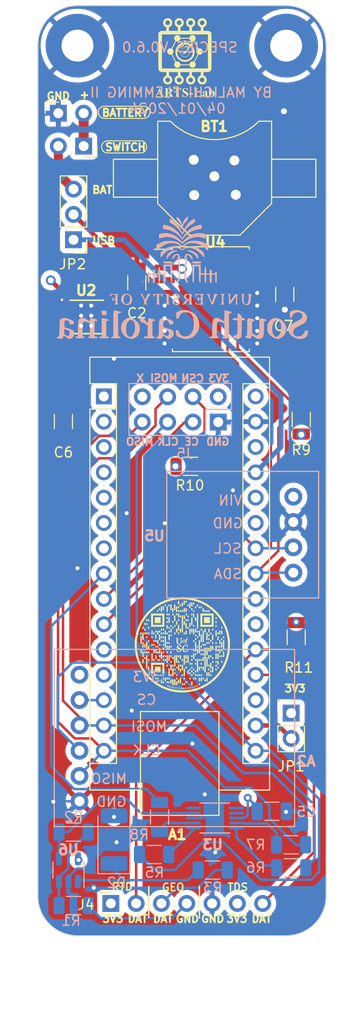
<source format=kicad_pcb>
(kicad_pcb (version 20221018) (generator pcbnew)
  (layers (0 "F.Cu" mixed "Single-GND-Front") (1 "In1.Cu" power "AGND Plane") (2 "In2.Cu" power "3V3 Power Plane") (31 "B.Cu" mixed "Single-GND-Back") (34 "B.Paste" user) (35 "F.Paste" user) (36 "B.SilkS" user "B.Silkscreen") (37 "F.SilkS" user "F.Silkscreen") (38 "B.Mask" user) (39 "F.Mask" user) (44 "Edge.Cuts" user))
  (net 0 "")
  (net 4 "GND")
  (net 8 "GEO_CS")
  (net 9 "CE")
  (net 10 "CSN")
  (net 11 "RTD")
  (net 12 "RTD_CS")
  (net 13 "SD_CS")
  (net 14 "MOSI")
  (net 15 "MISO")
  (net 16 "CLK")
  (net 17 "3V3")
  (net 18 "Net-(JP2-C)")
  (net 19 "EC_DATA")
  (net 23 "SDA")
  (net 24 "SCL")
  (net 28 "Net-(BT1-+)")
  (net 29 "BATT")
  (net 30 "Net-(D2-K)")
  (net 31 "GEOPHONE")
  (net 32 "GNDA")
  (net 33 "Net-(U3-AIN0)")
  (net 35 "Net-(U6--)")
  (net 37 "Net-(U3-SCLK)")
  (net 38 "Net-(U3-DIN)")
  (net 39 "Net-(U3-DOUT{slash}~{DRDY})")
  (net 40 "Net-(U3-~{CS})")
  (net 46 "Vtrig")
  (net 47 "Net-(A1-3V3)")
  (net 48 "+BATT")
  (net 50 "5V0")
  (footprint "Connector_PinSocket_2.54mm:PinSocket_2x04_P2.54mm_Vertical" (layer "F.Cu") (at 180.93 94.11 -90)
    (fp_text reference "J5" (at 3.172 3.35) (layer "B.SilkS") (effects (justify mirror)))
    (fp_text value "Conn_02x04")
    (pad "1" thru_hole rect (at 0 0 270) (size 1.7 1.7) (drill 1) (layers "*.Cu" "*.Mask") (net 4 "GND"))
    (pad "2" thru_hole oval (at -2.54 0 270) (size 1.7 1.7) (drill 1) (layers "*.Cu" "*.Mask") (net 17 "3V3"))
    (pad "3" thru_hole oval (at 0 2.54 270) (size 1.7 1.7) (drill 1) (layers "*.Cu" "*.Mask") (net 9 "CE"))
    (pad "4" thru_hole oval (at -2.54 2.54 270) (size 1.7 1.7) (drill 1) (layers "*.Cu" "*.Mask") (net 10 "CSN"))
    (pad "5" thru_hole oval (at 0 5.08 270) (size 1.7 1.7) (drill 1) (layers "*.Cu" "*.Mask") (net 16 "CLK"))
    (pad "6" thru_hole oval (at -2.54 5.08 270) (size 1.7 1.7) (drill 1) (layers "*.Cu" "*.Mask") (net 14 "MOSI"))
    (pad "7" thru_hole oval (at 0 7.62 270) (size 1.7 1.7) (drill 1) (layers "*.Cu" "*.Mask") (net 15 "MISO"))
    (pad "8" thru_hole oval (at -2.54 7.62 270) (size 1.7 1.7) (drill 1) (layers "*.Cu" "*.Mask"))
  )
  (footprint "MountingHole:MountingHole_3.2mm_M3_Pad" (layer "F.Cu") (at 166.8 56.34)
    (fp_text reference "H1" hide)
    (fp_text value "MountingHole_Pad")
    (pad "1" thru_hole circle (at 0 0) (size 6.4 6.4) (drill 3.2) (layers "*.Cu" "*.Mask") (net 4 "GND"))
  )
  (footprint "Connector_PinSocket_2.54mm:PinSocket_1x07_P2.54mm_Horizontal" (layer "F.Cu") (at 170.15 142.412 90)
    (fp_text reference "J4" (at -0.138 -2.5 180) (layer "F.SilkS"))
    (fp_text value "Conn_01x07_Female")
    (pad "1" thru_hole rect (at 0 0 90) (size 1.7 1.7) (drill 1) (layers "*.Cu" "*.Mask") (net 17 "3V3"))
    (pad "2" thru_hole oval (at 0 2.54 90) (size 1.7 1.7) (drill 1) (layers "*.Cu" "*.Mask") (net 11 "RTD"))
    (pad "3" thru_hole oval (at 0 5.08 90) (size 1.7 1.7) (drill 1) (layers "*.Cu" "*.Mask") (net 31 "GEOPHONE"))
    (pad "4" thru_hole oval (at 0 7.62 90) (size 1.7 1.7) (drill 1) (layers "*.Cu" "*.Mask") (net 32 "GNDA"))
    (pad "5" thru_hole oval (at 0 10.16 90) (size 1.7 1.7) (drill 1) (layers "*.Cu" "*.Mask") (net 4 "GND"))
    (pad "6" thru_hole oval (at 0 12.7 90) (size 1.7 1.7) (drill 1) (layers "*.Cu" "*.Mask") (net 17 "3V3"))
    (pad "7" thru_hole oval (at 0 15.24 90) (size 1.7 1.7) (drill 1) (layers "*.Cu" "*.Mask") (net 19 "EC_DATA"))
  )
  (footprint "Connector_PinSocket_2.54mm:PinSocket_1x02_P2.54mm_Horizontal" (layer "F.Cu") (at 164.88 63.118 90)
    (fp_text reference "J2" hide)
    (fp_text value "Conn_01x02" hide)
    (pad "1" thru_hole rect (at 0 0 90) (size 1.7 1.7) (drill 1) (layers "*.Cu" "*.Mask") (net 4 "GND"))
    (pad "2" thru_hole oval (at 0 2.54 90) (size 1.7 1.7) (drill 1) (layers "*.Cu" "*.Mask") (net 48 "+BATT"))
  )
  (footprint "Connector_PinHeader_2.54mm:PinHeader_1x02_P2.54mm_Vertical" (layer "F.Cu") (at 188.248 123.316)
    (fp_text reference "JP1" (at 0 5.334) (layer "F.SilkS"))
    (fp_text value "Jumper_2")
    (pad "1" thru_hole rect (at 0 0) (size 1.7 1.7) (drill 1) (layers "*.Cu" "*.Mask") (net 17 "3V3"))
    (pad "2" thru_hole oval (at 0 2.54) (size 1.7 1.7) (drill 1) (layers "*.Cu" "*.Mask") (net 47 "Net-(A1-3V3)"))
  )
  (footprint "kitest:battery_holder_10mm" (layer "F.Cu") (at 180.57 69.64)
    (fp_text reference "BT1" (at -0.05 -5.19 180) (layer "F.SilkS") (effects (font (thickness 0.25) bold)))
    (fp_text value "Battery_Cell")
    (pad "1" smd rect (at -8.255 0 270) (size 3.5 3.5) (layers "F.Cu" "F.Mask") (net 28 "Net-(BT1-+)"))
    (pad "1" smd rect (at 8.255 0 270) (size 3.5 3.5) (layers "F.Cu" "F.Mask") (net 28 "Net-(BT1-+)"))
    (pad "2" smd circle (at 0 0 270) (size 8 8) (layers "F.Cu" "F.Mask") (net 4 "GND"))
  )
  (footprint "kitest:ARTS_lab_logo" (layer "F.Cu") (at 177.58 57.53)
    (fp_text reference "G***" hide)
    (fp_text value "LOGO" hide)
  )
  (footprint "footprint:RH_8_1_ADI" (layer "F.Cu") (at 167.739 83.565)
    (fp_text reference "U2" (at -0.065 -2.667 unlocked) (layer "F.SilkS") (effects (font (thickness 0.25) bold)))
    (fp_text value "ADP124ARHZ-3.3-R7")
    (pad "1" smd rect (at -2.174999 -0.974999) (size 1.4112 0.4508) (layers "F.Cu" "F.Paste" "F.Mask") (net 17 "3V3"))
    (pad "2" smd rect (at -2.174999 -0.325001) (size 1.4112 0.4508) (layers "F.Cu" "F.Paste" "F.Mask") (net 17 "3V3"))
    (pad "3" smd rect (at -2.174999 0.325001) (size 1.4112 0.4508) (layers "F.Cu" "F.Paste" "F.Mask") (net 17 "3V3"))
    (pad "4" smd rect (at -2.174999 0.974999) (size 1.4112 0.4508) (layers "F.Cu" "F.Paste" "F.Mask") (net 4 "GND"))
    (pad "5" smd rect (at 2.174999 0.974999) (size 1.4112 0.4508) (layers "F.Cu" "F.Paste" "F.Mask") (net 18 "Net-(JP2-C)"))
    (pad "6" smd rect (at 2.174999 0.325001) (size 1.4112 0.4508) (layers "F.Cu" "F.Paste" "F.Mask"))
    (pad "7" smd rect (at 2.174999 -0.325001) (size 1.4112 0.4508) (layers "F.Cu" "F.Paste" "F.Mask") (net 18 "Net-(JP2-C)"))
    (pad "8" smd rect (at 2.174999 -0.974999) (size 1.4112 0.4508) (layers "F.Cu" "F.Paste" "F.Mask") (net 18 "Net-(JP2-C)"))
    (pad "EPAD" smd rect (at 0 0) (size 1.83 2.26) (layers "F.Cu" "F.Paste" "F.Mask") (net 4 "GND"))
  )
  (footprint "Resistor_SMD:R_1206_3216Metric" (layer "F.Cu") (at 189.264 93.852 90)
    (fp_text reference "R9" (at -3.048 0 180) (layer "F.SilkS"))
    (fp_text value "R_1kOhm")
    (pad "1" smd roundrect (at -1.4625 0 90) (size 1.125 1.75) (layers "F.Cu" "F.Paste" "F.Mask") (roundrect_rratio 0.222222) (net 17 "3V3"))
    (pad "2" smd roundrect (at 1.4625 0 90) (size 1.125 1.75) (layers "F.Cu" "F.Paste" "F.Mask") (roundrect_rratio 0.222222) (net 23 "SDA"))
  )
  (footprint "Connector_PinHeader_2.54mm:PinHeader_1x03_P2.54mm_Vertical" (layer "F.Cu") (at 166.404 75.818 180)
    (fp_text reference "JP2" (at 0.094 -2.452) (layer "F.SilkS"))
    (fp_text value "Jumper_3")
    (pad "1" thru_hole rect (at 0 0 180) (size 1.7 1.7) (drill 1) (layers "*.Cu" "*.Mask") (net 50 "5V0"))
    (pad "2" thru_hole oval (at 0 2.54 180) (size 1.7 1.7) (drill 1) (layers "*.Cu" "*.Mask") (net 18 "Net-(JP2-C)"))
    (pad "3" thru_hole oval (at 0 5.08 180) (size 1.7 1.7) (drill 1) (layers "*.Cu" "*.Mask") (net 29 "BATT"))
  )
  (footprint "Capacitor_SMD:C_1206_3216Metric" (layer "F.Cu") (at 165.388 94.057 -90)
    (fp_text reference "C6" (at 3.097 0) (layer "F.SilkS"))
    (fp_text value "C_1uF")
    (pad "1" smd roundrect (at -1.475 0 270) (size 1.15 1.8) (layers "F.Cu" "F.Paste" "F.Mask") (roundrect_rratio 0.217391) (net 17 "3V3"))
    (pad "2" smd roundrect (at 1.475 0 270) (size 1.15 1.8) (layers "F.Cu" "F.Paste" "F.Mask") (roundrect_rratio 0.217391) (net 4 "GND"))
  )
  (footprint "Resistor_SMD:R_1206_3216Metric" (layer "F.Cu") (at 188.756 115.696 90)
    (fp_text reference "R11" (at -3.048 0.254) (layer "F.SilkS"))
    (fp_text value "R_10K")
    (pad "1" smd roundrect (at -1.4625 0 90) (size 1.125 1.75) (layers "F.Cu" "F.Paste" "F.Mask") (roundrect_rratio 0.222222) (net 11 "RTD"))
    (pad "2" smd roundrect (at 1.4625 0 90) (size 1.125 1.75) (layers "F.Cu" "F.Paste" "F.Mask") (roundrect_rratio 0.222222) (net 32 "GNDA"))
  )
  (footprint "Module:Arduino_Nano" (layer "F.Cu") (at 169.445 91.535)
    (fp_text reference "A1" (at 7.373 43.973) (layer "F.SilkS") (effects (font (thickness 0.25) bold)))
    (fp_text value "Arduino Nano")
    (pad "1" thru_hole rect (at 0 0) (size 1.6 1.6) (drill 1) (layers "*.Cu" "*.Mask"))
    (pad "2" thru_hole oval (at 0 2.54) (size 1.6 1.6) (drill 1) (layers "*.Cu" "*.Mask"))
    (pad "3" thru_hole oval (at 0 5.08) (size 1.6 1.6) (drill 1) (layers "*.Cu" "*.Mask"))
    (pad "4" thru_hole oval (at 0 7.62) (size 1.6 1.6) (drill 1) (layers "*.Cu" "*.Mask") (net 32 "GNDA"))
    (pad "5" thru_hole oval (at 0 10.16) (size 1.6 1.6) (drill 1) (layers "*.Cu" "*.Mask"))
    (pad "6" thru_hole oval (at 0 12.7) (size 1.6 1.6) (drill 1) (layers "*.Cu" "*.Mask"))
    (pad "7" thru_hole oval (at 0 15.24) (size 1.6 1.6) (drill 1) (layers "*.Cu" "*.Mask"))
    (pad "8" thru_hole oval (at 0 17.78) (size 1.6 1.6) (drill 1) (layers "*.Cu" "*.Mask") (net 8 "GEO_CS"))
    (pad "9" thru_hole oval (at 0 20.32) (size 1.6 1.6) (drill 1) (layers "*.Cu" "*.Mask") (net 9 "CE"))
    (pad "10" thru_hole oval (at 0 22.86) (size 1.6 1.6) (drill 1) (layers "*.Cu" "*.Mask") (net 10 "CSN"))
    (pad "11" thru_hole oval (at 0 25.4) (size 1.6 1.6) (drill 1) (layers "*.Cu" "*.Mask") (net 46 "Vtrig"))
    (pad "12" thru_hole oval (at 0 27.94) (size 1.6 1.6) (drill 1) (layers "*.Cu" "*.Mask") (net 12 "RTD_CS"))
    (pad "13" thru_hole oval (at 0 30.48) (size 1.6 1.6) (drill 1) (layers "*.Cu" "*.Mask") (net 13 "SD_CS"))
    (pad "14" thru_hole oval (at 0 33.02) (size 1.6 1.6) (drill 1) (layers "*.Cu" "*.Mask") (net 14 "MOSI"))
    (pad "15" thru_hole oval (at 0 35.56) (size 1.6 1.6) (drill 1) (layers "*.Cu" "*.Mask") (net 15 "MISO"))
    (pad "16" thru_hole oval (at 15.24 35.56) (size 1.6 1.6) (drill 1) (layers "*.Cu" "*.Mask") (net 16 "CLK"))
    (pad "17" thru_hole oval (at 15.24 33.02) (size 1.6 1.6) (drill 1) (layers "*.Cu" "*.Mask") (net 47 "Net-(A1-3V3)"))
    (pad "18" thru_hole oval (at 15.24 30.48) (size 1.6 1.6) (drill 1) (layers "*.Cu" "*.Mask") (net 17 "3V3"))
    (pad "19" thru_hole oval (at 15.24 27.94) (size 1.6 1.6) (drill 1) (layers "*.Cu" "*.Mask") (net 19 "EC_DATA"))
    (pad "20" thru_hole oval (at 15.24 25.4) (size 1.6 1.6) (drill 1) (layers "*.Cu" "*.Mask") (net 11 "RTD"))
    (pad "21" thru_hole oval (at 15.24 22.86) (size 1.6 1.6) (drill 1) (layers "*.Cu" "*.Mask"))
    (pad "22" thru_hole oval (at 15.24 20.32) (size 1.6 1.6) (drill 1) (layers "*.Cu" "*.Mask"))
    (pad "23" thru_hole oval (at 15.24 17.78) (size 1.6 1.6) (drill 1) (layers "*.Cu" "*.Mask") (net 23 "SDA"))
    (pad "24" thru_hole oval (at 15.24 15.24) (size 1.6 1.6) (drill 1) (layers "*.Cu" "*.Mask") (net 24 "SCL"))
    (pad "25" thru_hole oval (at 15.24 12.7) (size 1.6 1.6) (drill 1) (layers "*.Cu" "*.Mask"))
    (pad "26" thru_hole oval (at 15.24 10.16) (size 1.6 1.6) (drill 1) (layers "*.Cu" "*.Mask"))
    (pad "27" thru_hole oval (at 15.24 7.62) (size 1.6 1.6) (drill 1) (layers "*.Cu" "*.Mask") (net 50 "5V0"))
    (pad "28" thru_hole oval (at 15.24 5.08) (size 1.6 1.6) (drill 1) (layers "*.Cu" "*.Mask"))
    (pad "29" thru_hole oval (at 15.24 2.54) (size 1.6 1.6) (drill 1) (layers "*.Cu" "*.Mask") (net 4 "GND"))
    (pad "30" thru_hole oval (at 15.24 0) (size 1.6 1.6) (drill 1) (layers "*.Cu" "*.Mask"))
  )
  (footprint "Capacitor_SMD:C_1206_3216Metric" (layer "F.Cu") (at 172.754 80.136 90)
    (fp_text reference "C2" (at -3.048 0 180) (layer "F.SilkS"))
    (fp_text value "C_1uF")
    (pad "1" smd roundrect (at -1.475 0 90) (size 1.15 1.8) (layers "F.Cu" "F.Paste" "F.Mask") (roundrect_rratio 0.217391) (net 18 "Net-(JP2-C)"))
    (pad "2" smd roundrect (at 1.475 0 90) (size 1.15 1.8) (layers "F.Cu" "F.Paste" "F.Mask") (roundrect_rratio 0.217391) (net 4 "GND"))
  )
  (footprint "Package_SO:SOIC-16W_7.5x10.3mm_P1.27mm" (layer "F.Cu") (at 180.19 81.78)
    (fp_text reference "U4" (at 0.438 -5.708) (layer "F.SilkS") (effects (font (thickness 0.25) bold)))
    (fp_text value "DS3231M")
    (pad "1" smd roundrect (at -4.65 -4.445) (size 2.05 0.6) (layers "F.Cu" "F.Paste" "F.Mask"))
    (pad "2" smd roundrect (at -4.65 -3.175) (size 2.05 0.6) (layers "F.Cu" "F.Paste" "F.Mask") (net 17 "3V3"))
    (pad "3" smd roundrect (at -4.65 -1.905) (size 2.05 0.6) (layers "F.Cu" "F.Paste" "F.Mask"))
    (pad "4" smd roundrect (at -4.65 -0.635) (size 2.05 0.6) (layers "F.Cu" "F.Paste" "F.Mask"))
    (pad "5" smd roundrect (at -4.65 0.635) (size 2.05 0.6) (layers "F.Cu" "F.Paste" "F.Mask") (net 4 "GND"))
    (pad "6" smd roundrect (at -4.65 1.905) (size 2.05 0.6) (layers "F.Cu" "F.Paste" "F.Mask") (net 4 "GND"))
    (pad "7" smd roundrect (at -4.65 3.175) (size 2.05 0.6) (layers "F.Cu" "F.Paste" "F.Mask") (net 4 "GND"))
    (pad "8" smd roundrect (at -4.65 4.445) (size 2.05 0.6) (layers "F.Cu" "F.Paste" "F.Mask") (net 4 "GND"))
    (pad "9" smd roundrect (at 4.65 4.445) (size 2.05 0.6) (layers "F.Cu" "F.Paste" "F.Mask") (net 4 "GND"))
    (pad "10" smd roundrect (at 4.65 3.175) (size 2.05 0.6) (layers "F.Cu" "F.Paste" "F.Mask") (net 4 "GND"))
    (pad "11" smd roundrect (at 4.65 1.905) (size 2.05 0.6) (layers "F.Cu" "F.Paste" "F.Mask") (net 4 "GND"))
    (pad "12" smd roundrect (at 4.65 0.635) (size 2.05 0.6) (layers "F.Cu" "F.Paste" "F.Mask") (net 4 "GND"))
    (pad "13" smd roundrect (at 4.65 -0.635) (size 2.05 0.6) (layers "F.Cu" "F.Paste" "F.Mask") (net 4 "GND"))
    (pad "14" smd roundrect (at 4.65 -1.905) (size 2.05 0.6) (layers "F.Cu" "F.Paste" "F.Mask") (net 28 "Net-(BT1-+)"))
    (pad "15" smd roundrect (at 4.65 -3.175) (size 2.05 0.6) (layers "F.Cu" "F.Paste" "F.Mask") (net 23 "SDA"))
    (pad "16" smd roundrect (at 4.65 -4.445) (size 2.05 0.6) (layers "F.Cu" "F.Paste" "F.Mask") (net 24 "SCL"))
  )
  (footprint "Connector_PinSocket_2.54mm:PinSocket_1x02_P2.54mm_Horizontal" (layer "F.Cu") (at 167.42 66.42 -90)
    (fp_text reference "J3" hide)
    (fp_text value "Conn_01x02")
    (pad "1" thru_hole rect (at 0 0 270) (size 1.7 1.7) (drill 1) (layers "*.Cu" "*.Mask") (net 48 "+BATT"))
    (pad "2" thru_hole oval (at 0 2.54 270) (size 1.7 1.7) (drill 1) (layers "*.Cu" "*.Mask") (net 29 "BATT"))
  )
  (footprint "MountingHole:MountingHole_3.2mm_M3_Pad" (layer "F.Cu") (at 187.75 56.34)
    (fp_text reference "H2" hide)
    (fp_text value "MountingHole_Pad")
    (pad "1" thru_hole circle (at 0 0) (size 6.4 6.4) (drill 3.2) (layers "*.Cu" "*.Mask") (net 4 "GND"))
  )
  (footprint "Capacitor_SMD:C_1206_3216Metric" (layer "F.Cu") (at 187.61 81.306 90)
    (fp_text reference "C7" (at -3.148 -0.124 180) (layer "F.SilkS"))
    (fp_text value "C_0.1uF")
    (pad "1" smd roundrect (at -1.475 0 90) (size 1.15 1.8) (layers "F.Cu" "F.Paste" "F.Mask") (roundrect_rratio 0.217391) (net 4 "GND"))
    (pad "2" smd roundrect (at 1.475 0 90) (size 1.15 1.8) (layers "F.Cu" "F.Paste" "F.Mask") (roundrect_rratio 0.217391) (net 28 "Net-(BT1-+)"))
  )
  (footprint "Resistor_SMD:R_1206_3216Metric" (layer "F.Cu") (at 178.16 98.55)
    (fp_text reference "R10" (at -0.072 1.906) (layer "F.SilkS"))
    (fp_text value "R_1kOhm")
    (pad "1" smd roundrect (at -1.4625 0) (size 1.125 1.75) (layers "F.Cu" "F.Paste" "F.Mask") (roundrect_rratio 0.222222) (net 17 "3V3"))
    (pad "2" smd roundrect (at 1.4625 0) (size 1.125 1.75) (layers "F.Cu" "F.Paste" "F.Mask") (roundrect_rratio 0.222222) (net 24 "SCL"))
  )
  (footprint "kitest:uofsc_logo_1in" (layer "B.Cu") (at 177.326 79.628 180)
    (fp_text reference "G***" hide)
    (fp_text value "LOGO" hide)
  )
  (footprint "kitest:qrCode" (layer "B.Cu") (at 177.326 116.458 180)
    (fp_text reference "G***" hide)
    (fp_text value "LOGO" hide)
  )
  (footprint "kitest:SD Module" (layer "B.Cu") (at 178.435 135.972 180)
    (fp_text reference "A2" (at -11.337 7.83) (layer "B.SilkS") (effects (font (thickness 0.25) bold) (justify mirror)))
    (fp_text value "SD_Card_Module")
    (fp_text user "3V3" (at 4.699 16.288) (layer "B.SilkS") (effects (justify mirror)))
    (fp_text user "CLK" (at 4.699 8.922) (layer "B.SilkS") (effects (justify mirror)))
    (fp_text user "MOSI" (at 4.445 11.303) (layer "B.SilkS") (effects (justify mirror)))
    (fp_text user "CS" (at 4.699 14.002) (layer "B.SilkS") (effects (justify mirror)))
    (fp_text user "MISO" (at 8.475 6.052) (layer "B.SilkS") (effects (justify mirror)))
    (fp_text user "GND" (at 8.221 3.766) (layer "B.SilkS") (effects (justify mirror)))
    (pad "1" thru_hole circle (at 11.43 16.51 180) (size 1.8 1.8) (drill 1) (layers "*.Cu" "*.Mask") (net 17 "3V3"))
    (pad "2" thru_hole circle (at 11.43 13.97 180) (size 1.8 1.8) (drill 1) (layers "*.Cu" "*.Mask") (net 13 "SD_CS"))
    (pad "3" thru_hole circle (at 11.43 11.43 180) (size 1.8 1.8) (drill 1) (layers "*.Cu" "*.Mask") (net 14 "MOSI"))
    (pad "4" thru_hole circle (at 11.43 8.89 180) (size 1.8 1.8) (drill 1) (layers "*.Cu" "*.Mask") (net 16 "CLK"))
    (pad "5" thru_hole circle (at 11.43 6.35 180) (size 1.8 1.8) (drill 1) (layers "*.Cu" "*.Mask") (net 15 "MISO"))
    (pad "6" thru_hole circle (at 11.43 3.81 180) (size 1.8 1.8) (drill 1) (layers "*.Cu" "*.Mask") (net 4 "GND"))
  )
  (footprint "Resistor_SMD:R_1206_3216Metric" (layer "B.Cu") (at 166.404 135.254)
    (fp_text reference "R2" (at 0 -1.524) (layer "B.SilkS") (effects (justify mirror)))
    (fp_text value "R_32k")
    (pad "1" smd roundrect (at -1.4625 0) (size 1.125 1.75) (layers "B.Cu" "B.Paste" "B.Mask") (roundrect_rratio 0.222222) (net 33 "Net-(U3-AIN0)"))
    (pad "2" smd roundrect (at 1.4625 0) (size 1.125 1.75) (layers "B.Cu" "B.Paste" "B.Mask") (roundrect_rratio 0.222222) (net 35 "Net-(U6--)"))
  )
  (footprint "Resistor_SMD:R_1206_3216Metric" (layer "B.Cu") (at 174.4875 137.5025)
    (fp_text reference "R5" (at 0.0445 1.8155) (layer "B.SilkS") (effects (justify mirror)))
    (fp_text value "R_50")
    (pad "1" smd roundrect (at -1.4625 0) (size 1.125 1.75) (layers "B.Cu" "B.Paste" "B.Mask") (roundrect_rratio 0.222222) (net 16 "CLK"))
    (pad "2" smd roundrect (at 1.4625 0) (size 1.125 1.75) (layers "B.Cu" "B.Paste" "B.Mask") (roundrect_rratio 0.222222) (net 37 "Net-(U3-SCLK)"))
  )
  (footprint "kitest:ADS1118_10VSSOP" (layer "B.Cu") (at 180.6 133.8425)
    (fp_text reference "U3" (at -0.226 2.6815) (layer "B.SilkS") (effects (font (thickness 0.25) bold) (justify mirror)))
    (fp_text value "ADS1118IDGS")
    (pad "1" smd roundrect (at -2.15 1) (size 1.47 0.28) (layers "B.Cu" "B.Paste" "B.Mask") (roundrect_rratio 0.04) (net 37 "Net-(U3-SCLK)"))
    (pad "2" smd roundrect (at -2.15 0.5) (size 1.47 0.28) (layers "B.Cu" "B.Paste" "B.Mask") (roundrect_rratio 0.04) (net 40 "Net-(U3-~{CS})"))
    (pad "3" smd roundrect (at -2.15 0) (size 1.47 0.28) (layers "B.Cu" "B.Paste" "B.Mask") (roundrect_rratio 0.04) (net 4 "GND"))
    (pad "4" smd roundrect (at -2.15 -0.5) (size 1.47 0.28) (layers "B.Cu" "B.Paste" "B.Mask") (roundrect_rratio 0.04) (net 33 "Net-(U3-AIN0)"))
    (pad "5" smd roundrect (at -2.15 -1) (size 1.47 0.28) (layers "B.Cu" "B.Paste" "B.Mask") (roundrect_rratio 0.04))
    (pad "6" smd roundrect (at 2.15 -1) (size 1.47 0.28) (layers "B.Cu" "B.Paste" "B.Mask") (roundrect_rratio 0.04))
    (pad "7" smd roundrect (at 2.15 -0.5) (size 1.47 0.28) (layers "B.Cu" "B.Paste" "B.Mask") (roundrect_rratio 0.04))
    (pad "8" smd roundrect (at 2.15 0) (size 1.47 0.28) (layers "B.Cu" "B.Paste" "B.Mask") (roundrect_rratio 0.04) (net 17 "3V3"))
    (pad "9" smd roundrect (at 2.15 0.5) (size 1.47 0.28) (layers "B.Cu" "B.Paste" "B.Mask") (roundrect_rratio 0.04) (net 39 "Net-(U3-DOUT{slash}~{DRDY})"))
    (pad "10" smd roundrect (at 2.15 1) (size 1.47 0.28) (layers "B.Cu" "B.Paste" "B.Mask") (roundrect_rratio 0.04) (net 38 "Net-(U3-DIN)"))
  )
  (footprint "Package_TO_SOT_SMD:SOT-23-5" (layer "B.Cu") (at 165.896 139.064 90)
    (fp_text reference "U6" (at 2.032 0 180) (layer "B.SilkS") (effects (font (thickness 0.25) bold) (justify mirror)))
    (fp_text value "LM321")
    (pad "1" smd roundrect (at -1.1375 0.95 90) (size 1.325 0.6) (layers "B.Cu" "B.Paste" "B.Mask") (net 30 "Net-(D2-K)"))
    (pad "2" smd roundrect (at -1.1375 0 90) (size 1.325 0.6) (layers "B.Cu" "B.Paste" "B.Mask") (net 4 "GND"))
    (pad "3" smd roundrect (at -1.1375 -0.95 90) (size 1.325 0.6) (layers "B.Cu" "B.Paste" "B.Mask") (net 35 "Net-(U6--)"))
    (pad "4" smd roundrect (at 1.1375 -0.95 90) (size 1.325 0.6) (layers "B.Cu" "B.Paste" "B.Mask") (net 33 "Net-(U3-AIN0)"))
    (pad "5" smd roundrect (at 1.1375 0.95 90) (size 1.325 0.6) (layers "B.Cu" "B.Paste" "B.Mask") (net 17 "3V3"))
  )
  (footprint "kitest:BME260" (layer "B.Cu") (at 183.388 105.41)
    (fp_text reference "U5" (at -8.856 0.126 180) (layer "B.SilkS") (effects (font (thickness 0.25) bold) (justify mirror)))
    (fp_text value "BME260")
    (fp_text user "VIN" (at -1.236 -3.43 180) (layer "B.SilkS") (effects (justify mirror)))
    (fp_text user "GND" (at -1.49 -1.144 180) (layer "B.SilkS") (effects (justify mirror)))
    (fp_text user "SDA" (at -1.49 3.936 180) (layer "B.SilkS") (effects (justify mirror)))
    (fp_text user "SCL" (at -1.49 1.396 180) (layer "B.SilkS") (effects (justify mirror)))
    (pad "10" thru_hole circle (at 5.08 -1.27) (size 1.8 1.8) (drill 1) (layers "*.Cu" "*.Mask") (net 4 "GND"))
    (pad "11" thru_hole circle (at 5.08 1.27) (size 1.8 1.8) (drill 1) (layers "*.Cu" "*.Mask") (net 24 "SCL"))
    (pad "12" thru_hole circle (at 5.08 3.81) (size 1.8 1.8) (drill 1) (layers "*.Cu" "*.Mask") (net 23 "SDA"))
    (pad "13" thru_hole circle (at 5.08 -3.81) (size 1.8 1.8) (drill 1) (layers "*.Cu" "*.Mask") (net 17 "3V3"))
  )
  (footprint "Resistor_SMD:R_1206_3216Metric" (layer "B.Cu") (at 180.374 139.064 180)
    (fp_text reference "R3" (at 0 -1.778) (layer "B.SilkS") (effects (justify mirror)))
    (fp_text value "R_100")
    (pad "1" smd roundrect (at -1.4625 0 180) (size 1.125 1.75) (layers "B.Cu" "B.Paste" "B.Mask") (roundrect_rratio 0.222222) (net 31 "GEOPHONE"))
    (pad "2" smd roundrect (at 1.4625 0 180) (size 1.125 1.75) (layers "B.Cu" "B.Paste" "B.Mask") (roundrect_rratio 0.222222) (net 30 "Net-(D2-K)"))
  )
  (footprint "Capacitor_SMD:C_1206_3216Metric" (layer "B.Cu") (at 186.31 133.1625)
    (fp_text reference "C5" (at 3.462 0.0595) (layer "B.SilkS") (effects (justify mirror)))
    (fp_text value "C_0.1uF")
    (pad "1" smd roundrect (at -1.475 0) (size 1.15 1.8) (layers "B.Cu" "B.Paste" "B.Mask") (roundrect_rratio 0.217391) (net 17 "3V3"))
    (pad "2" smd roundrect (at 1.475 0) (size 1.15 1.8) (layers "B.Cu" "B.Paste" "B.Mask") (roundrect_rratio 0.217391) (net 4 "GND"))
  )
  (footprint "Resistor_SMD:R_1206_3216Metric" (layer "B.Cu") (at 175.04 133.73 -90)
    (fp_text reference "R8" (at 1.778 2.032) (layer "B.SilkS") (effects (justify mirror)))
    (fp_text value "R_50")
    (pad "1" smd roundrect (at -1.4625 0 270) (size 1.125 1.75) (layers "B.Cu" "B.Paste" "B.Mask") (roundrect_rratio 0.222222) (net 8 "GEO_CS"))
    (pad "2" smd roundrect (at 1.4625 0 270) (size 1.125 1.75) (layers "B.Cu" "B.Paste" "B.Mask") (roundrect_rratio 0.222222) (net 40 "Net-(U3-~{CS})"))
  )
  (footprint "Resistor_SMD:R_1206_3216Metric" (layer "B.Cu") (at 188.258 138.834 180)
    (fp_text reference "R6" (at 3.566 0.024) (layer "B.SilkS") (effects (justify mirror)))
    (fp_text value "R_50")
    (pad "1" smd roundrect (at -1.4625 0 180) (size 1.125 1.75) (layers "B.Cu" "B.Paste" "B.Mask") (roundrect_rratio 0.222222) (net 14 "MOSI"))
    (pad "2" smd roundrect (at 1.4625 0 180) (size 1.125 1.75) (layers "B.Cu" "B.Paste" "B.Mask") (roundrect_rratio 0.222222) (net 38 "Net-(U3-DIN)"))
  )
  (footprint "Diode_SMD:D_MELF" (layer "B.Cu") (at 170.468 136.016 90)
    (fp_text reference "D2" (at -4.318 0.254 180) (layer "B.SilkS") (effects (justify mirror)))
    (fp_text value "SMZ1_770mV")
    (pad "1" smd roundrect (at -2.4 0 90) (size 1.5 2.7) (layers "B.Cu" "B.Paste" "B.Mask") (roundrect_rratio 0.1666666667) (net 30 "Net-(D2-K)"))
    (pad "2" smd roundrect (at 2.4 0 90) (size 1.5 2.7) (layers "B.Cu" "B.Paste" "B.Mask") (roundrect_rratio 0.1666666667) (net 32 "GNDA"))
  )
  (footprint "Resistor_SMD:R_1206_3216Metric" (layer "B.Cu") (at 166.404 142.62)
    (fp_text reference "R1" (at -0.254 1.524 180) (layer "B.SilkS") (effects (justify mirror)))
    (fp_text value "R_7.5K")
    (pad "1" smd roundrect (at -1.4625 0) (size 1.125 1.75) (layers "B.Cu" "B.Paste" "B.Mask") (roundrect_rratio 0.222222) (net 35 "Net-(U6--)"))
    (pad "2" smd roundrect (at 1.4625 0) (size 1.125 1.75) (layers "B.Cu" "B.Paste" "B.Mask") (roundrect_rratio 0.222222) (net 32 "GNDA"))
  )
  (footprint "Resistor_SMD:R_1206_3216Metric" (layer "B.Cu") (at 188.248 136.524 180)
    (fp_text reference "R7" (at 3.556 0) (layer "B.SilkS") (effects (justify mirror)))
    (fp_text value "R_50")
    (pad "1" smd roundrect (at -1.4625 0 180) (size 1.125 1.75) (layers "B.Cu" "B.Paste" "B.Mask") (roundrect_rratio 0.222222) (net 15 "MISO"))
    (pad "2" smd roundrect (at 1.4625 0 180) (size 1.125 1.75) (layers "B.Cu" "B.Paste" "B.Mask") (roundrect_rratio 0.222222) (net 39 "Net-(U3-DOUT{slash}~{DRDY})"))
  )
  (gr_line (start 169.831856 67.112593) (end 173.131856 67.112593) (stroke (width 0.1)) (layer "F.SilkS"))
  (gr_arc (start 169.831856 67.112593) (mid 169.4 66.933712) (end 169.221119 66.501856) (stroke (width 0.1)) (layer "F.SilkS"))
  (gr_arc (start 174.070737 63.03) (mid 173.891856 63.461856) (end 173.46 63.640737) (stroke (width 0.1)) (layer "F.SilkS"))
  (gr_arc (start 169.5 63.64) (mid 169.068144 63.461119) (end 168.889263 63.029263) (stroke (width 0.1)) (layer "F.SilkS"))
  (gr_arc (start 173.742593 66.502593) (mid 173.563712 66.934449) (end 173.131856 67.11333) (stroke (width 0.1)) (layer "F.SilkS"))
  (gr_line (start 169.5 63.64) (end 173.46 63.64) (stroke (width 0.1)) (layer "F.SilkS"))
  (gr_arc (start 173.46 62.419263) (mid 173.891856 62.598144) (end 174.070737 63.03) (stroke (width 0.1)) (layer "F.SilkS"))
  (gr_line (start 179.04 143.872) (end 179.04 140.7) (stroke (width 0.15)) (layer "F.SilkS"))
  (gr_line (start 173.131856 65.891856) (end 169.831856 65.891856) (stroke (width 0.1)) (layer "F.SilkS"))
  (gr_line (start 173.96 143.83) (end 173.96 140.72) (stroke (width 0.15)) (layer "F.SilkS"))
  (gr_line (start 169.5 62.418526) (end 173.46 62.418526) (stroke (width 0.1)) (layer "F.SilkS"))
  (gr_arc (start 168.889263 63.029263) (mid 169.068144 62.597407) (end 169.5 62.418526) (stroke (width 0.1)) (layer "F.SilkS"))
  (gr_arc (start 169.221119 66.501856) (mid 169.4 66.07) (end 169.831856 65.891119) (stroke (width 0.1)) (layer "F.SilkS"))
  (gr_arc (start 173.131856 65.891856) (mid 173.563712 66.070737) (end 173.742593 66.502593) (stroke (width 0.1)) (layer "F.SilkS"))
  (gr_arc (start 166.8 145.65) (mid 163.985715 144.484285) (end 162.82 141.67) (stroke (width 0.1)) (layer "Edge.Cuts"))
  (gr_line (start 162.82 141.67) (end 162.82 56.299988) (stroke (width 0.1)) (layer "Edge.Cuts"))
  (gr_arc (start 187.75 52.319988) (mid 190.592578 53.497422) (end 191.770012 56.34) (stroke (width 0.1)) (layer "Edge.Cuts"))
  (gr_line (start 187.75 145.65) (end 166.8 145.65) (stroke (width 0.1)) (layer "Edge.Cuts"))
  (gr_line (start 187.75 52.319988) (end 166.8 52.319988) (stroke (width 0.1)) (layer "Edge.Cuts"))
  (gr_line (start 191.770012 56.34) (end 191.770012 141.629988) (stroke (width 0.1)) (layer "Edge.Cuts"))
  (gr_arc (start 191.770012 141.629988) (mid 190.592578 144.472566) (end 187.75 145.65) (stroke (width 0.1)) (layer "Edge.Cuts"))
  (gr_arc (start 162.82 56.299988) (mid 163.985715 53.485703) (end 166.8 52.319988) (stroke (width 0.1)) (layer "Edge.Cuts"))
  (gr_text "X" (at 173.58 90.154) (layer "B.SilkS") (effects (font (size 0.75 0.75) (thickness 0.1875) bold) (justify left bottom mirror)))
  (gr_text "MOSI" (at 176.95 90.134) (layer "B.SilkS") (effects (font (size 0.75 0.75) (thickness 0.1875) bold) (justify left bottom mirror)))
  (gr_text "CSN" (at 179.612 90.17) (layer "B.SilkS") (effects (font (size 0.75 0.75) (thickness 0.1875) bold) (justify left bottom mirror)))
  (gr_text "CE" (at 179.104 96.52) (layer "B.SilkS") (effects (font (size 0.75 0.75) (thickness 0.1875) bold) (justify left bottom mirror)))
  (gr_text "BY MALICHI FLEMMING II \n04/01/2024" (at 176.818 61.848) (layer "B.SilkS") (effects (font (size 1 1)) (justify mirror)))
  (gr_text "3V3" (at 182.152 90.17) (layer "B.SilkS") (effects (font (size 0.75 0.75) (thickness 0.1875) bold) (justify left bottom mirror)))
  (gr_text "MISO" (at 174.532 96.52) (layer "B.SilkS") (effects (font (size 0.75 0.75) (thickness 0.1875) bold) (justify left bottom mirror)))
  (gr_text "SPECIES V0.6.0" (at 177.072 56.514) (layer "B.SilkS") (effects (font (size 1 1)) (justify mirror)))
  (gr_text "GND" (at 182.152 96.52) (layer "B.SilkS") (effects (font (size 0.75 0.75) (thickness 0.1875) bold) (justify left bottom mirror)))
  (gr_text "CLK" (at 177.072 96.52) (layer "B.SilkS") (effects (font (size 0.75 0.75) (thickness 0.1875) bold) (justify left bottom mirror)))
  (gr_text "GND" (at 163.61 61.848) (layer "F.SilkS") (effects (font (size 0.75 0.75) (thickness 0.1875) bold) (justify left bottom)))
  (gr_text "DAT" (at 184.184 144.398) (layer "F.SilkS") (effects (font (size 0.75 0.75) (thickness 0.1875) bold) (justify left bottom)))
  (gr_text "3V3" (at 181.644 144.398) (layer "F.SilkS") (effects (font (size 0.75 0.75) (thickness 0.1875) bold) (justify left bottom)))
  (gr_text "DAT" (at 174.278 144.398) (layer "F.SilkS") (effects (font (size 0.75 0.75) (thickness 0.1875) bold) (justify left bottom)))
  (gr_text "BATTERY" (at 169.16 63.51) (layer "F.SilkS") (effects (font (size 0.75 0.75) (thickness 0.1875) bold) (justify left bottom)))
  (gr_text "BAT" (at 168.182 71.246) (layer "F.SilkS") (effects (font (size 0.75 0.75) (thickness 0.1875) bold) (justify left bottom)))
  (gr_text "RTD" (at 171.29 140.74) (layer "F.SilkS") (effects (font (size 0.75 0.75))))
  (gr_text "GEO" (at 176.4 140.79) (layer "F.SilkS") (effects (font (size 0.75 0.75))))
  (gr_text "+" (at 166.92 61.7) (layer "F.SilkS") (effects (font (size 0.75 0.75) (thickness 0.1875) bold) (justify left bottom)))
  (gr_text "DAT" (at 171.738 144.398) (layer "F.SilkS") (effects (font (size 0.75 0.75) (thickness 0.1875) bold) (justify left bottom)))
  (gr_text "3V3" (at 187.486 121.284) (layer "F.SilkS") (effects (font (size 0.75 0.75) (thickness 0.1875) bold) (justify left bottom)))
  (gr_text "3V3" (at 169.198 144.398) (layer "F.SilkS") (effects (font (size 0.75 0.75) (thickness 0.1875) bold) (justify left bottom)))
  (gr_text "GND" (at 176.564 144.398) (layer "F.SilkS") (effects (font (size 0.75 0.75) (thickness 0.1875) bold) (justify left bottom)))
  (gr_text "SWITCH" (at 169.479856 66.957593) (layer "F.SilkS") (effects (font (size 0.75 0.75) (thickness 0.1875) bold) (justify left bottom)))
  (gr_text "GND" (at 179.104 144.398) (layer "F.SilkS") (effects (font (size 0.75 0.75) (thickness 0.1875) bold) (justify left bottom)))
  (gr_text "USB" (at 168.182 76.326) (layer "F.SilkS") (effects (font (size 0.75 0.75) (thickness 0.1875) bold) (justify left bottom)))
  (gr_text "TDS" (at 182.89 140.78) (layer "F.SilkS") (effects (font (size 0.75 0.75))))
  (segment (start 175.54 82.415) (end 175.54 86.225) (width 0.25) (layer "F.Cu") (net 4))
  (segment (start 184.84 81.145) (end 184.84 86.225) (width 0.25) (layer "F.Cu") (net 4))
  (segment (start 170.468 87.756) (end 167.739 85.027) (width 0.25) (layer "F.Cu") (net 4))
  (segment (start 167.739 85.027) (end 167.739 83.565) (width 0.25) (layer "F.Cu") (net 4))
  (via (at 184.84 83.692) (size 0.7) (drill 0.4) (layers "F.Cu" "B.Cu") (net 4))
  (via (at 180.628 137.286) (size 0.8) (drill 0.4) (layers "F.Cu" "B.Cu") (net 4))
  (via (at 164.372 132.206) (size 0.8) (drill 0.4) (layers "F.Cu" "B.Cu") (net 4))
  (via (at 182.69 71.3) (size 1.4) (drill 1) (layers "F.Cu" "B.Cu") (net 4))
  (via (at 178.52 71.34) (size 1.4) (drill 1) (layers "F.Cu" "B.Cu") (net 4))
  (via (at 168.182 83.438) (size 0.7) (drill 0.4) (layers "F.Cu" "B.Cu") (net 4))
  (via (at 178.47 67.79) (size 1.4) (drill 1) (layers "F.Cu" "B.Cu") (net 4))
  (via (at 171.738 103.25) (size 0.8) (drill 0.4) (layers "F.Cu" "B.Cu") (net 4))
  (via (at 168.182 84.454) (size 0.7) (drill 0.4) (layers "F.Cu" "B.Cu") (net 4))
  (via (at 184.84 81.152) (size 0.7) (drill 0.4) (layers "F.Cu" "B.Cu") (net 4))
  (via (at 184.84 84.962) (size 0.7) (drill 0.4) (layers "F.Cu" "B.Cu") (net 4))
  (via (at 187.61 82.83) (size 1) (drill 0.6) (layers "F.Cu" "B.Cu") (net 4))
  (via (at 167.166 82.422) (size 0.7) (drill 0.4) (layers "F.Cu" "B.Cu") (net 4))
  (via (at 184.84 86.225) (size 0.7) (drill 0.4) (layers "F.Cu" "B.Cu") (net 4))
  (via (at 166.8 108.78) (size 0.8) (drill 0.4) (layers "F.Cu" "B.Cu") (net 4))
  (via (at 168.182 82.422) (size 0.7) (drill 0.4) (layers "F.Cu" "B.Cu") (net 4))
  (via (at 184.84 82.422) (size 0.7) (drill 0.4) (layers "F.Cu" "B.Cu") (net 4))
  (via (at 182.55 67.86) (size 1.4) (drill 1) (layers "F.Cu" "B.Cu") (net 4))
  (via (at 175.548 104.266) (size 0.8) (drill 0.4) (layers "F.Cu" "B.Cu") (net 4))
  (via (at 175.548 84.962) (size 0.7) (drill 0.4) (layers "F.Cu" "B.Cu") (net 4))
  (via (at 187.52 62.93) (size 1) (drill 0.6) (layers "F.Cu" "B.Cu") (net 4))
  (via (at 180.54 69.45) (size 1.4) (drill 1) (layers "F.Cu" "B.Cu") (net 4))
  (via (at 175.54 86.225) (size 0.7) (drill 0.4) (layers "F.Cu" "B.Cu") (net 4))
  (via (at 175.548 83.692) (size 0.7) (drill 0.4) (layers "F.Cu" "B.Cu") (net 4))
  (via (at 175.548 82.422) (size 0.7) (drill 0.4) (layers "F.Cu" "B.Cu") (net 4))
  (via (at 172.246 123.062) (size 0.8) (drill 0.4) (layers "F.Cu" "B.Cu") (net 4))
  (via (at 179.58 131.47) (size 0.8) (drill 0.4) (layers "F.Cu" "B.Cu") (net 4))
  (via (at 168.436 140.842) (size 0.8) (drill 0.4) (layers "F.Cu" "B.Cu") (net 4))
  (via (at 170.468 87.756) (size 0.8) (drill 0.4) (layers "F.Cu" "B.Cu") (net 4))
  (via (at 170.722 136.27) (size 0.8) (drill 0.4) (layers "F.Cu" "B.Cu") (net 4))
  (via (at 182.406 100.964) (size 0.8) (drill 0.4) (layers "F.Cu" "B.Cu") (net 4))
  (via (at 178.342 126.364) (size 0.8) (drill 0.4) (layers "F.Cu" "B.Cu") (net 4))
  (via (at 187.74 133.222) (size 0.8) (drill 0.4) (layers "F.Cu" "B.Cu") (net 4))
  (via (at 167.166 83.438) (size 0.7) (drill 0.4) (layers "F.Cu" "B.Cu") (net 4))
  (via (at 167.166 84.454) (size 0.7) (drill 0.4) (layers "F.Cu" "B.Cu") (net 4))
  (segment (start 170.722 136.27) (end 170.200827 136.27) (width 0.25) (layer "B.Cu") (net 4))
  (segment (start 170.200827 136.27) (end 167.556827 138.914) (width 0.25) (layer "B.Cu") (net 4))
  (segment (start 179.278059 133.8425) (end 179.58 133.540559) (width 0.25) (layer "B.Cu") (net 4))
  (segment (start 164.416 132.162) (end 167.005 132.162) (width 0.25) (layer "B.Cu") (net 4))
  (segment (start 179.58 133.540559) (end 179.58 131.47) (width 0.25) (layer "B.Cu") (net 4))
  (segment (start 164.372 132.206) (end 164.416 132.162) (width 0.25) (layer "B.Cu") (net 4))
  (segment (start 178.45 133.8425) (end 179.278059 133.8425) (width 0.25) (layer "B.Cu") (net 4))
  (segment (start 167.556827 138.914) (end 166.737 138.914) (width 0.25) (layer "B.Cu") (net 4))
  (segment (start 165.896 139.755) (end 165.896 140.2015) (width 0.25) (layer "B.Cu") (net 4))
  (segment (start 166.737 138.914) (end 165.896 139.755) (width 0.25) (layer "B.Cu") (net 4))
  (segment (start 166.467 130.937) (end 164.18 128.65) (width 0.25) (layer "B.Cu") (net 8))
  (segment (start 164.18 114.58) (end 169.445 109.315) (width 0.25) (layer "B.Cu") (net 8))
  (segment (start 164.18 128.65) (end 164.18 114.58) (width 0.25) (layer "B.Cu") (net 8))
  (segment (start 173.7095 130.937) (end 166.467 130.937) (width 0.25) (layer "B.Cu") (net 8))
  (segment (start 175.04 132.2675) (end 173.7095 130.937) (width 0.25) (layer "B.Cu") (net 8))
  (segment (start 177.576 94.11) (end 178.39 94.11) (width 0.25) (layer "F.Cu") (net 9))
  (segment (start 173.897 107.403) (end 173.897 97.789) (width 0.25) (layer "F.Cu") (net 9))
  (segment (start 173.897 97.789) (end 177.576 94.11) (width 0.25) (layer "F.Cu") (net 9))
  (segment (start 169.445 111.855) (end 173.897 107.403) (width 0.25) (layer "F.Cu") (net 9))
  (segment (start 178.14 105.7) (end 169.445 114.395) (width 0.25) (layer "F.Cu") (net 10))
  (segment (start 179.565 96.375) (end 178.14 97.8) (width 0.25) (layer "F.Cu") (net 10))
  (segment (start 178.39 91.57) (end 179.565 92.745) (width 0.25) (layer "F.Cu") (net 10))
  (segment (start 179.565 92.745) (end 179.565 96.375) (width 0.25) (layer "F.Cu") (net 10))
  (segment (start 178.14 97.8) (end 178.14 105.7) (width 0.25) (layer "F.Cu") (net 10))
  (segment (start 188.6635 116.935) (end 188.756 117.0275) (width 0.25) (layer "F.Cu") (net 11))
  (segment (start 172.69 142.412) (end 172.69 128.93) (width 0.25) (layer "F.Cu") (net 11))
  (segment (start 172.69 128.93) (end 184.685 116.935) (width 0.25) (layer "F.Cu") (net 11))
  (segment (start 184.685 116.935) (end 188.6635 116.935) (width 0.25) (layer "F.Cu") (net 11))
  (segment (start 167.018 122.015) (end 167.005 122.002) (width 0.25) (layer "B.Cu") (net 13))
  (segment (start 169.445 122.015) (end 167.018 122.015) (width 0.25) (layer "B.Cu") (net 13))
  (segment (start 171.341701 97.74) (end 174.64 94.441701) (width 0.25) (layer "F.Cu") (net 14))
  (segment (start 169.445 124.555) (end 167.825588 124.555) (width 0.25) (layer "F.Cu") (net 14))
  (segment (start 165.35 122.079412) (end 165.35 101.369009) (width 0.25) (layer "F.Cu") (net 14))
  (segment (start 174.64 94.441701) (end 174.64 92.78) (width 0.25) (layer "F.Cu") (net 14))
  (segment (start 168.979009 97.74) (end 171.341701 97.74) (width 0.25) (layer "F.Cu") (net 14))
  (segment (start 167.825588 124.555) (end 165.35 122.079412) (width 0.25) (layer "F.Cu") (net 14))
  (segment (start 174.64 92.78) (end 175.85 91.57) (width 0.25) (layer "F.Cu") (net 14))
  (segment (start 165.35 101.369009) (end 168.979009 97.74) (width 0.25) (layer "F.Cu") (net 14))
  (segment (start 178.652069 124.555) (end 169.445 124.555) (width 0.25) (layer "B.Cu") (net 14))
  (segment (start 183.427068 129.33) (end 178.652069 124.555) (width 0.25) (layer "B.Cu") (net 14))
  (segment (start 169.445 124.555) (end 167.018 124.555) (width 0.25) (layer "B.Cu") (net 14))
  (segment (start 167.018 124.555) (end 167.005 124.542) (width 0.25) (layer "B.Cu") (net 14))
  (segment (start 189.7205 138.834) (end 190.598 137.9565) (width 0.25) (layer "B.Cu") (net 14))
  (segment (start 190.598 137.9565) (end 190.598 133.63) (width 0.25) (layer "B.Cu") (net 14))
  (segment (start 186.298 129.33) (end 183.427068 129.33) (width 0.25) (layer "B.Cu") (net 14))
  (segment (start 190.598 133.63) (end 186.298 129.33) (width 0.25) (layer "B.Cu") (net 14))
  (segment (start 173.31 94.11) (end 171.93 95.49) (width 0.25) (layer "F.Cu") (net 15))
  (segment (start 171.93 95.49) (end 168.979009 95.49) (width 0.25) (layer "F.Cu") (net 15))
  (segment (start 164.85 99.619009) (end 164.85 124.186412) (width 0.25) (layer "F.Cu") (net 15))
  (segment (start 168.979009 95.49) (end 164.85 99.619009) (width 0.25) (layer "F.Cu") (net 15))
  (segment (start 164.85 124.186412) (end 166.520588 125.857) (width 0.25) (layer "F.Cu") (net 15))
  (segment (start 166.520588 125.857) (end 168.207 125.857) (width 0.25) (layer "F.Cu") (net 15))
  (segment (start 168.207 125.857) (end 169.445 127.095) (width 0.25) (layer "F.Cu") (net 15))
  (segment (start 184.250673 130.79) (end 181.57 130.79) (width 0.25) (layer "B.Cu") (net 15))
  (segment (start 189.7105 136.524) (end 188.7215 136.524) (width 0.25) (layer "B.Cu") (net 15))
  (segment (start 186.06 133.8625) (end 186.06 132.599327) (width 0.25) (layer "B.Cu") (net 15))
  (segment (start 169.445 127.095) (end 167.005 129.535) (width 0.25) (layer "B.Cu") (net 15))
  (segment (start 169.445 127.095) (end 177.875 127.095) (width 0.25) (layer "B.Cu") (net 15))
  (segment (start 181.57 130.79) (end 177.875 127.095) (width 0.25) (layer "B.Cu") (net 15))
  (segment (start 167.005 129.535) (end 167.005 129.622) (width 0.25) (layer "B.Cu") (net 15))
  (segment (start 186.06 132.599327) (end 184.250673 130.79) (width 0.25) (layer "B.Cu") (net 15))
  (segment (start 188.7215 136.524) (end 186.06 133.8625) (width 0.25) (layer "B.Cu") (net 15))
  (segment (start 164.82 124.897) (end 167.005 127.082) (width 0.25) (layer "B.Cu") (net 16))
  (segment (start 175.827 118.237) (end 166.313 118.237) (width 0.25) (layer "B.Cu") (net 16))
  (segment (start 164.82 119.73) (end 164.82 124.897) (width 0.25) (layer "B.Cu") (net 16))
  (segment (start 175.827 118.237) (end 172.754 115.164) (width 0.25) (layer "B.Cu") (net 16))
  (segment (start 179.358 136.27) (end 176.5655 139.0625) (width 0.25) (layer "B.Cu") (net 16))
  (segment (start 174.585 139.0625) (end 173.025 137.5025) (width 0.25) (layer "B.Cu") (net 16))
  (segment (start 172.754 115.164) (end 172.754 97.206) (width 0.25) (layer "B.Cu") (net 16))
  (segment (start 184.685 127.095) (end 186.216 127.095) (width 0.25) (layer "B.Cu") (net 16))
  (segment (start 191.048 139.257172) (end 190.271173 140.034) (width 0.25) (layer "B.Cu") (net 16))
  (segment (start 175.827 118.237) (end 184.685 127.095) (width 0.25) (layer "B.Cu") (net 16))
  (segment (start 176.5655 139.0625) (end 174.585 139.0625) (width 0.25) (layer "B.Cu") (net 16))
  (segment (start 181.436 136.27) (end 179.358 136.27) (width 0.25) (layer "B.Cu") (net 16))
  (segment (start 166.313 118.237) (end 164.82 119.73) (width 0.25) (layer "B.Cu") (net 16))
  (segment (start 190.271173 140.034) (end 185.2 140.034) (width 0.25) (layer "B.Cu") (net 16))
  (segment (start 172.754 97.206) (end 175.85 94.11) (width 0.25) (layer "B.Cu") (net 16))
  (segment (start 185.2 140.034) (end 181.436 136.27) (width 0.25) (layer "B.Cu") (net 16))
  (segment (start 186.216 127.095) (end 191.048 131.927) (width 0.25) (layer "B.Cu") (net 16))
  (segment (start 191.048 131.927) (end 191.048 139.257172) (width 0.25) (layer "B.Cu") (net 16))
  (segment (start 177.157 78.605) (end 177.292 78.74) (width 0.6) (layer "F.Cu") (net 17))
  (segment (start 164.433401 83.889599) (end 165.083001 83.239999) (width 0.45) (layer "F.Cu") (net 17))
  (segment (start 164.118 79.882) (end 165.564001 81.328001) (width 0.45) (layer "F.Cu") (net 17))
  (segment (start 164.433401 91.627401) (end 164.433401 83.889599) (width 0.45) (layer "F.Cu") (net 17))
  (segment (start 175.54 78.605) (end 177.157 78.605) (width 0.6) (layer "F.Cu") (net 17))
  (segment (start 165.388 92.582) (end 164.433401 91.627401) (width 0.45) (layer "F.Cu") (net 17))
  (segment (start 165.083001 83.239999) (end 165.564001 83.239999) (width 0.45) (layer "F.Cu") (net 17))
  (segment (start 165.564001 81.328001) (end 165.564001 83.890001) (width 0.45) (layer "F.Cu") (net 17))
  (via (at 166.912 138.048) (size 0.8) (drill 0.4) (layers "F.Cu" "B.Cu") (net 17))
  (via (at 164.118 79.882) (size 1) (drill 0.6) (layers "F.Cu" "B.Cu") (net 17))
  (via (at 183.89 131.81) (size 0.8) (drill 0.4) (layers "F.Cu" "B.Cu") (net 17))
  (via (at 189.264 95.376) (size 1) (drill 0.6) (layers "F.Cu" "B.Cu") (net 17))
  (via (at 176.636 98.55) (size 1) (drill 0.6) (layers "F.Cu" "B.Cu") (net 17))
  (via (at 177.292 78.74) (size 1) (drill 0.6) (layers "F.Cu" "B.Cu") (net 17))
  (segment (start 182.75 133.8425) (end 183.578059 133.8425) (width 0.25) (layer "B.Cu") (net 17))
  (segment (start 183.89 133.530559) (end 183.89 131.81) (width 0.25) (layer "B.Cu") (net 17))
  (segment (start 184.835 133.1625) (end 184.835 132.755) (width 0.25) (layer "B.Cu") (net 17))
  (segment (start 184.835 132.755) (end 183.89 131.81) (width 0.25) (layer "B.Cu") (net 17))
  (segment (start 183.578059 133.8425) (end 183.89 133.530559) (width 0.25) (layer "B.Cu") (net 17))
  (segment (start 169.913999 76.787999) (end 169.913999 83.239999) (width 0.45) (layer "F.Cu") (net 18))
  (segment (start 169.913999 82.590001) (end 169.913999 83.239999) (width 0.45) (layer "F.Cu") (net 18))
  (segment (start 171.774999 82.590001) (end 171.774999 83.810001) (width 0.45) (layer "F.Cu") (net 18))
  (segment (start 171.774999 82.590001) (end 172.754 81.611) (width 0.45) (layer "F.Cu") (net 18))
  (segment (start 171.774999 83.810001) (end 171.045001 84.539999) (width 0.45) (layer "F.Cu") (net 18))
  (segment (start 171.045001 84.539999) (end 169.913999 84.539999) (width 0.45) (layer "F.Cu") (net 18))
  (segment (start 166.404 73.278) (end 169.913999 76.787999) (width 0.45) (layer "F.Cu") (net 18))
  (segment (start 169.913999 82.590001) (end 171.774999 82.590001) (width 0.45) (layer "F.Cu") (net 18))
  (segment (start 188.979 119.475) (end 190.534 121.03) (width 0.25) (layer "F.Cu") (net 19))
  (segment (start 190.534 137.268) (end 185.39 142.412) (width 0.25) (layer "F.Cu") (net 19))
  (segment (start 190.534 121.03) (end 190.534 137.268) (width 0.25) (layer "F.Cu") (net 19))
  (segment (start 184.685 119.475) (end 188.979 119.475) (width 0.25) (layer "F.Cu") (net 19))
  (segment (start 182.88 80.01) (end 182.88 86.706) (width 0.25) (layer "F.Cu") (net 23))
  (segment (start 186.97 107.03) (end 184.685 109.315) (width 0.25) (layer "F.Cu") (net 23))
  (segment (start 184.84 78.605) (end 184.285 78.605) (width 0.25) (layer "F.Cu") (net 23))
  (segment (start 184.285 78.605) (end 182.88 80.01) (width 0.25) (layer "F.Cu") (net 23))
  (segment (start 189.264 92.3895) (end 186.97 94.6835) (width 0.25) (layer "F.Cu") (net 23))
  (segment (start 186.97 94.6835) (end 186.97 107.03) (width 0.25) (layer "F.Cu") (net 23))
  (segment (start 188.5635 92.3895) (end 189.264 92.3895) (width 0.25) (layer "F.Cu") (net 23))
  (segment (start 182.88 86.706) (end 188.5635 92.3895) (width 0.25) (layer "F.Cu") (net 23))
  (segment (start 188.468 109.22) (end 184.78 109.22) (width 0.25) (layer "B.Cu") (net 23))
  (segment (start 184.78 109.22) (end 184.685 109.315) (width 0.25) (layer "B.Cu") (net 23))
  (segment (start 183.388 77.216) (end 181.864 78.74) (width 0.25) (layer "F.Cu") (net 24))
  (segment (start 180.894 100.468) (end 180.894 102.984) (width 0.25) (layer "F.Cu") (net 24))
  (segment (start 179.6225 98.55) (end 179.6225 99.1965) (width 0.25) (layer "F.Cu") (net 24))
  (segment (start 184.84 77.335) (end 184.721 77.216) (width 0.25) (layer "F.Cu") (net 24))
  (segment (start 179.6225 98.55) (end 182.914 95.2585) (width 0.25) (layer "F.Cu") (net 24))
  (segment (start 181.864 87.214) (end 182.914 88.264) (width 0.25) (layer "F.Cu") (net 24))
  (segment (start 184.685 106.775) (end 180.894 102.984) (width 0.25) (layer "F.Cu") (net 24))
  (segment (start 179.6225 99.1965) (end 180.894 100.468) (width 0.25) (layer "F.Cu") (net 24))
  (segment (start 184.721 77.216) (end 183.388 77.216) (width 0.25) (layer "F.Cu") (net 24))
  (segment (start 182.914 88.264) (end 182.914 95.2585) (width 0.25) (layer "F.Cu") (net 24))
  (segment (start 181.864 78.74) (end 181.864 87.214) (width 0.25) (layer "F.Cu") (net 24))
  (segment (start 184.685 106.775) (end 188.373 106.775) (width 0.25) (layer "B.Cu") (net 24))
  (segment (start 188.373 106.775) (end 188.468 106.68) (width 0.25) (layer "B.Cu") (net 24))
  (segment (start 187.198 74.676) (end 188.662 73.212) (width 0.6) (layer "F.Cu") (net 28))
  (segment (start 187.198 74.676) (end 177.886 74.676) (width 0.6) (layer "F.Cu") (net 28))
  (segment (start 187.198 77.62) (end 187.198 78.191239) (width 0.6) (layer "F.Cu") (net 28))
  (segment (start 187.198 77.62) (end 187.198 79.419) (width 0.6) (layer "F.Cu") (net 28))
  (segment (start 187.198 79.419) (end 187.61 79.831) (width 0.6) (layer "F.Cu") (net 28))
  (segment (start 188.825 73.049) (end 188.825 69.64) (width 0.6) (layer "F.Cu") (net 28))
  (segment (start 187.198 74.676) (end 187.198 77.62) (width 0.6) (layer "F.Cu") (net 28))
  (segment (start 187.198 78.191239) (end 185.514239 79.875) (width 0.6) (layer "F.Cu") (net 28))
  (segment (start 172.85 69.64) (end 172.315 69.64) (width 0.6) (layer "F.Cu") (net 28))
  (segment (start 185.514239 79.875) (end 184.84 79.875) (width 0.6) (layer "F.Cu") (net 28))
  (segment (start 188.662 73.212) (end 188.825 73.049) (width 0.6) (layer "F.Cu") (net 28))
  (segment (start 177.886 74.676) (end 172.85 69.64) (width 0.6) (layer "F.Cu") (net 28))
  (segment (start 164.88 69.214) (end 164.88 66.42) (width 0.9) (layer "F.Cu") (net 29))
  (segment (start 164.88 69.214) (end 166.404 70.738) (width 0.9) (layer "F.Cu") (net 29))
  (segment (start 170.468 138.416) (end 170.468 139.064) (width 0.25) (layer "B.Cu") (net 30))
  (segment (start 171.484 140.08) (end 166.9675 140.08) (width 0.25) (layer "B.Cu") (net 30))
  (segment (start 166.9675 140.08) (end 166.846 140.2015) (width 0.25) (layer "B.Cu") (net 30))
  (segment (start 177.8955 140.08) (end 171.484 140.08) (width 0.25) (layer "B.Cu") (net 30))
  (segment (start 170.468 139.064) (end 171.484 140.08) (width 0.25) (layer "B.Cu") (net 30))
  (segment (start 178.9115 139.064) (end 177.8955 140.08) (width 0.25) (layer "B.Cu") (net 30))
  (segment (start 176.8 140.842) (end 175.23 142.412) (width 0.25) (layer "B.Cu") (net 31))
  (segment (start 181.8365 139.064) (end 180.662173 139.064) (width 0.25) (layer "B.Cu") (net 31))
  (segment (start 180.662173 139.064) (end 178.884173 140.842) (width 0.25) (layer "B.Cu") (net 31))
  (segment (start 178.884173 140.842) (end 176.8 140.842) (width 0.25) (layer "B.Cu") (net 31))
  (via (at 170.468 133.73) (size 0.8) (drill 0.4) (layers "F.Cu" "B.Cu") (net 32))
  (via (at 188.756 114.172) (size 0.8) (drill 0.4) (layers "F.Cu" "B.Cu") (net 32))
  (segment (start 167.8665 142.62) (end 169.1365 143.89) (width 0.25) (layer "B.Cu") (net 32))
  (segment (start 176.292 143.89) (end 177.77 142.412) (width 0.25) (layer "B.Cu") (net 32))
  (segment (start 169.1365 143.89) (end 176.292 143.89) (width 0.25) (layer "B.Cu") (net 32))
  (segment (start 165.896 135.254) (end 169.198 131.952) (width 0.25) (layer "B.Cu") (net 33))
  (segment (start 169.198 131.952) (end 171.764174 131.952) (width 0.25) (layer "B.Cu") (net 33))
  (segment (start 173.154673 133.3425) (end 178.45 133.3425) (width 0.25) (layer "B.Cu") (net 33))
  (segment (start 171.764174 131.952) (end 173.154673 133.3425) (width 0.25) (layer "B.Cu") (net 33))
  (segment (start 164.9415 135.254) (end 165.896 135.254) (width 0.25) (layer "B.Cu") (net 33))
  (segment (start 164.946 135.2585) (end 164.9415 135.254) (width 0.25) (layer "B.Cu") (net 33))
  (segment (start 164.946 137.9265) (end 164.946 135.2585) (width 0.25) (layer "B.Cu") (net 33))
  (segment (start 164.9415 140.206) (end 164.946 140.2015) (width 0.25) (layer "B.Cu") (net 35))
  (segment (start 167.8665 135.254) (end 165.896 137.2245) (width 0.25) (layer "B.Cu") (net 35))
  (segment (start 165.896 137.2245) (end 165.896 138.867249) (width 0.25) (layer "B.Cu") (net 35))
  (segment (start 165.896 138.867249) (end 164.946 139.817249) (width 0.25) (layer "B.Cu") (net 35))
  (segment (start 164.946 139.817249) (end 164.946 140.2015) (width 0.25) (layer "B.Cu") (net 35))
  (segment (start 164.9415 142.62) (end 164.9415 140.206) (width 0.25) (layer "B.Cu") (net 35))
  (segment (start 178.45 134.8425) (end 178.45 135.0025) (width 0.25) (layer "B.Cu") (net 37))
  (segment (start 178.45 135.0025) (end 175.95 137.5025) (width 0.25) (layer "B.Cu") (net 37))
  (segment (start 182.75 135.7775) (end 185.585 138.6125) (width 0.25) (layer "B.Cu") (net 38))
  (segment (start 182.75 134.8425) (end 182.75 135.7775) (width 0.25) (layer "B.Cu") (net 38))
  (segment (start 185.585 138.6125) (end 186.7955 138.6125) (width 0.25) (layer "B.Cu") (net 38))
  (segment (start 186.7855 136.524) (end 186.7855 135.3155) (width 0.25) (layer "B.Cu") (net 39))
  (segment (start 183.578059 134.3425) (end 182.75 134.3425) (width 0.25) (layer "B.Cu") (net 39))
  (segment (start 185.8575 134.3875) (end 183.623059 134.3875) (width 0.25) (layer "B.Cu") (net 39))
  (segment (start 183.623059 134.3875) (end 183.578059 134.3425) (width 0.25) (layer "B.Cu") (net 39))
  (segment (start 186.7855 135.3155) (end 185.8575 134.3875) (width 0.25) (layer "B.Cu") (net 39))
  (segment (start 175.04 135) (end 175.6975 134.3425) (width 0.25) (layer "B.Cu") (net 40))
  (segment (start 175.6975 134.3425) (end 178.45 134.3425) (width 0.25) (layer "B.Cu") (net 40))
  (segment (start 175.04 135.1925) (end 175.04 135) (width 0.25) (layer "B.Cu") (net 40))
  (segment (start 186.947 124.555) (end 184.685 124.555) (width 0.45) (layer "F.Cu") (net 47))
  (segment (start 188.248 125.856) (end 186.947 124.555) (width 0.45) (layer "F.Cu") (net 47))
  (segment (start 167.42 66.42) (end 167.42 63.118) (width 1) (layer "F.Cu") (net 48))
  (segment (start 187.232 96.608) (end 184.685 99.155) (width 0.5) (layer "B.Cu") (net 50))
  (segment (start 171.484 75.818) (end 187.232 91.566) (width 0.5) (layer "B.Cu") (net 50))
  (segment (start 187.232 91.566) (end 187.232 96.608) (width 0.5) (layer "B.Cu") (net 50))
  (segment (start 166.404 75.818) (end 171.484 75.818) (width 0.5) (layer "B.Cu") (net 50))
  (zone (net 4) (net_name "GND") (layer "F.Cu") (priority 1) (connect_pads (clearance 0.508)) (min_thickness 0.25) (fill yes (thermal_gap 0.5) (thermal_bridge_width 0.5))
    (polygon (pts (xy 162.81 51.76) (xy 191.77 51.76) (xy 191.77 146.16) (xy 162.81 146.16)))
  )
  (zone (net 4) (net_name "GND") (layer "B.Cu") (priority 2) (connect_pads (clearance 0.508)) (min_thickness 0.25) (fill yes (thermal_gap 0.5) (thermal_bridge_width 0.5))
    (polygon (pts (xy 162.81 51.76) (xy 191.77 51.76) (xy 191.77 146.11) (xy 162.81 146.11)))
  )
)
</source>
